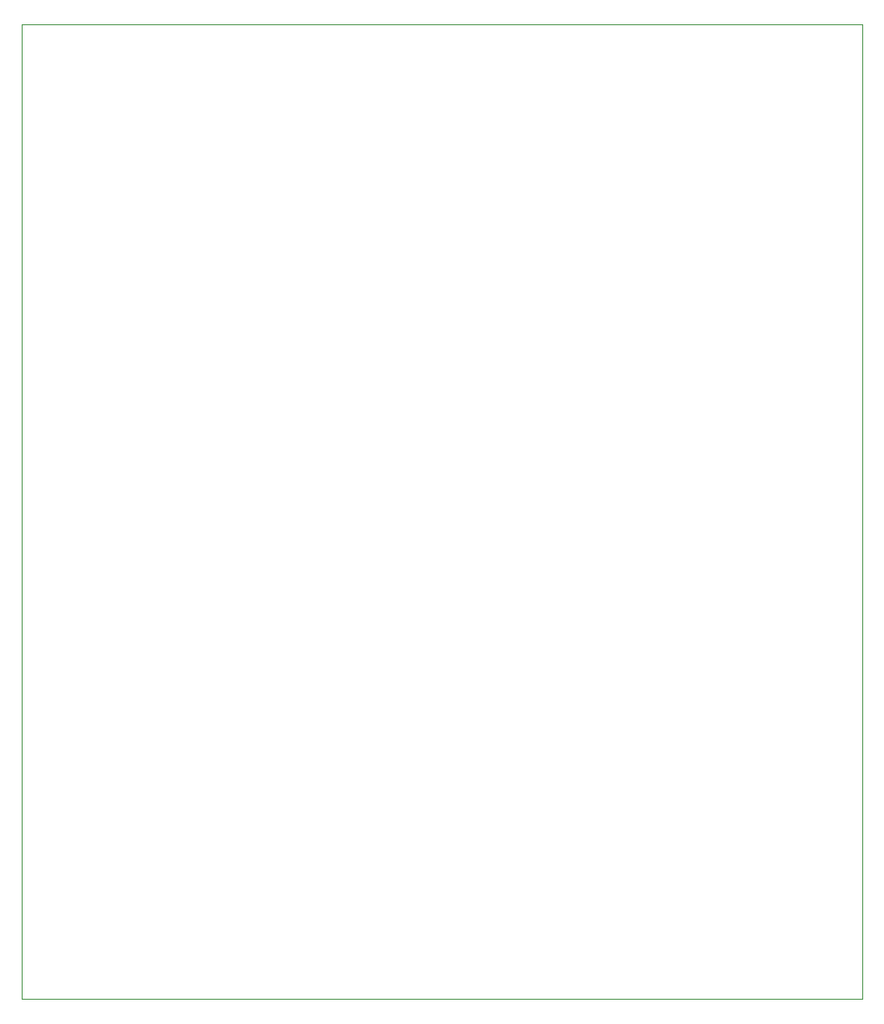
<source format=gbr>
%TF.GenerationSoftware,KiCad,Pcbnew,(6.0.5)*%
%TF.CreationDate,2022-10-31T14:54:04+01:00*%
%TF.ProjectId,Zeichenmaschine,5a656963-6865-46e6-9d61-736368696e65,rev?*%
%TF.SameCoordinates,Original*%
%TF.FileFunction,Profile,NP*%
%FSLAX46Y46*%
G04 Gerber Fmt 4.6, Leading zero omitted, Abs format (unit mm)*
G04 Created by KiCad (PCBNEW (6.0.5)) date 2022-10-31 14:54:04*
%MOMM*%
%LPD*%
G01*
G04 APERTURE LIST*
%TA.AperFunction,Profile*%
%ADD10C,0.100000*%
%TD*%
G04 APERTURE END LIST*
D10*
X219000000Y-125000000D02*
X137000000Y-125000000D01*
X137000000Y-125000000D02*
X137000000Y-30000000D01*
X137000000Y-30000000D02*
X219000000Y-30000000D01*
X219000000Y-30000000D02*
X219000000Y-125000000D01*
M02*

</source>
